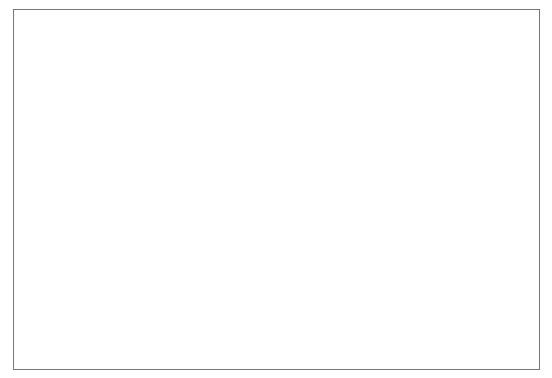
<source format=gbr>
%TF.GenerationSoftware,KiCad,Pcbnew,8.0.5*%
%TF.CreationDate,2025-02-12T12:09:28+01:00*%
%TF.ProjectId,USB-Extender_v2,5553422d-4578-4746-956e-6465725f7632,rev?*%
%TF.SameCoordinates,Original*%
%TF.FileFunction,Profile,NP*%
%FSLAX46Y46*%
G04 Gerber Fmt 4.6, Leading zero omitted, Abs format (unit mm)*
G04 Created by KiCad (PCBNEW 8.0.5) date 2025-02-12 12:09:28*
%MOMM*%
%LPD*%
G01*
G04 APERTURE LIST*
%TA.AperFunction,Profile*%
%ADD10C,0.050000*%
%TD*%
G04 APERTURE END LIST*
D10*
X101600000Y-58420000D02*
X146100800Y-58420000D01*
X146100800Y-88900000D01*
X101600000Y-88900000D01*
X101600000Y-58420000D01*
M02*

</source>
